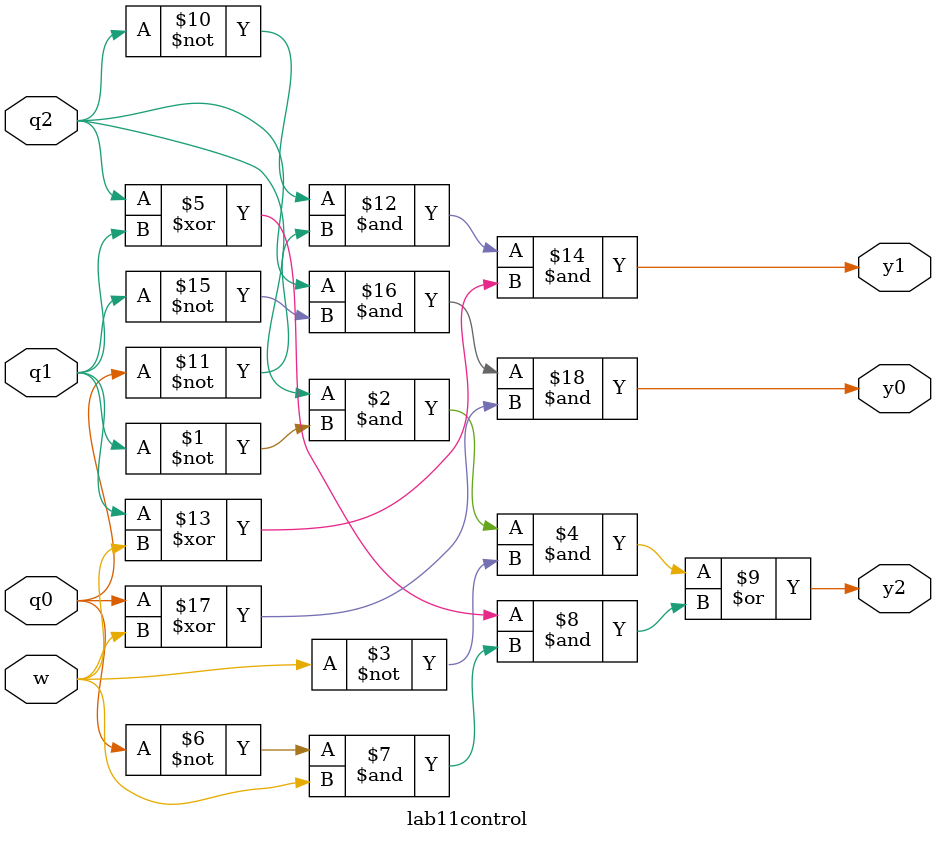
<source format=v>
module lab11control(q2,q1,q0,w,y2,y1,y0);
input q2,q1,q0,w;
output y2,y1,y0;
assign y2 = (q2&~q1&~w)|((q2^q1)&(~q0&w));
assign y1 = (~q2&~q0)&(q1^w);
assign y0 = (q2&~q1)&(q0^w);
endmodule
</source>
